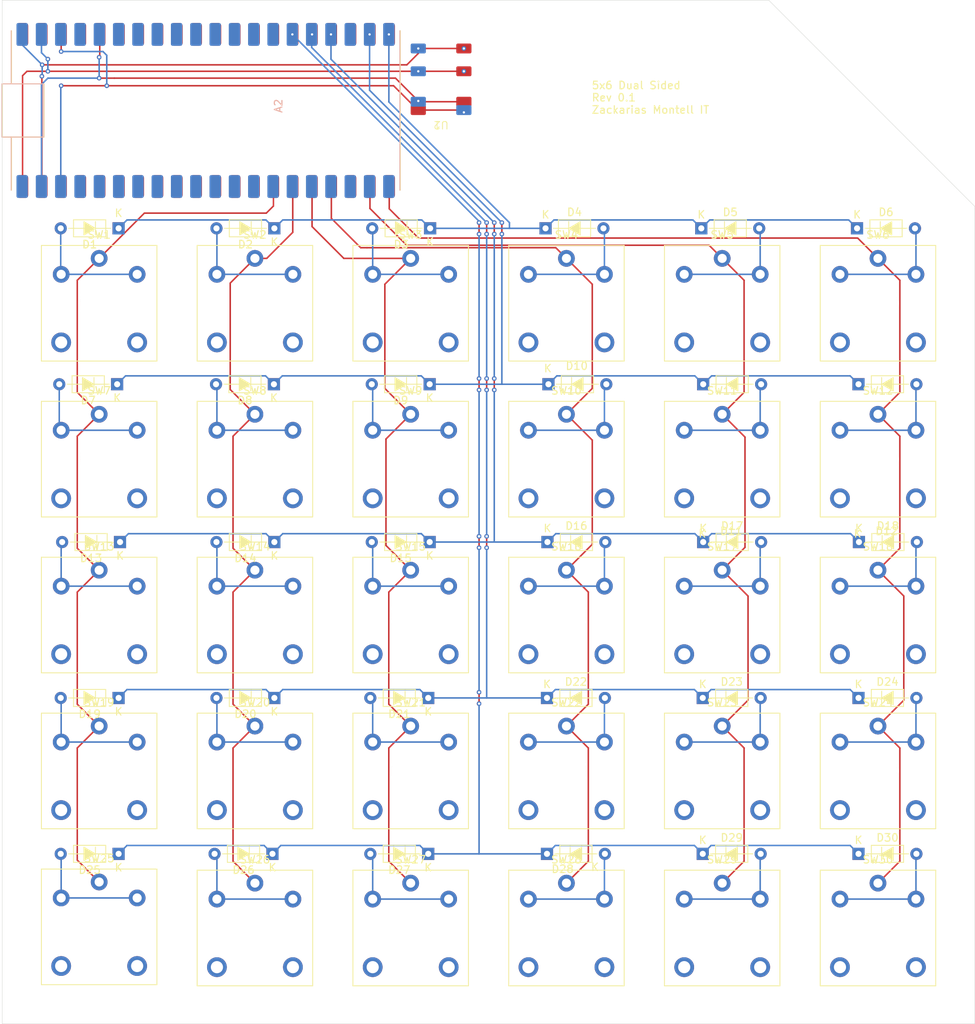
<source format=kicad_pcb>
(kicad_pcb
	(version 20241229)
	(generator "pcbnew")
	(generator_version "9.0")
	(general
		(thickness 1.6)
		(legacy_teardrops no)
	)
	(paper "A4")
	(layers
		(0 "F.Cu" signal)
		(2 "B.Cu" signal)
		(9 "F.Adhes" user "F.Adhesive")
		(11 "B.Adhes" user "B.Adhesive")
		(13 "F.Paste" user)
		(15 "B.Paste" user)
		(5 "F.SilkS" user "F.Silkscreen")
		(7 "B.SilkS" user "B.Silkscreen")
		(1 "F.Mask" user)
		(3 "B.Mask" user)
		(17 "Dwgs.User" user "User.Drawings")
		(19 "Cmts.User" user "User.Comments")
		(21 "Eco1.User" user "User.Eco1")
		(23 "Eco2.User" user "User.Eco2")
		(25 "Edge.Cuts" user)
		(27 "Margin" user)
		(31 "F.CrtYd" user "F.Courtyard")
		(29 "B.CrtYd" user "B.Courtyard")
		(35 "F.Fab" user)
		(33 "B.Fab" user)
		(39 "User.1" user)
		(41 "User.2" user)
		(43 "User.3" user)
		(45 "User.4" user)
	)
	(setup
		(pad_to_mask_clearance 0)
		(allow_soldermask_bridges_in_footprints no)
		(tenting front back)
		(pcbplotparams
			(layerselection 0x00000000_00000000_55555555_5755f5ff)
			(plot_on_all_layers_selection 0x00000000_00000000_00000000_00000000)
			(disableapertmacros no)
			(usegerberextensions no)
			(usegerberattributes yes)
			(usegerberadvancedattributes yes)
			(creategerberjobfile yes)
			(dashed_line_dash_ratio 12.000000)
			(dashed_line_gap_ratio 3.000000)
			(svgprecision 4)
			(plotframeref no)
			(mode 1)
			(useauxorigin no)
			(hpglpennumber 1)
			(hpglpenspeed 20)
			(hpglpendiameter 15.000000)
			(pdf_front_fp_property_popups yes)
			(pdf_back_fp_property_popups yes)
			(pdf_metadata yes)
			(pdf_single_document no)
			(dxfpolygonmode yes)
			(dxfimperialunits yes)
			(dxfusepcbnewfont yes)
			(psnegative no)
			(psa4output no)
			(plot_black_and_white yes)
			(sketchpadsonfab no)
			(plotpadnumbers no)
			(hidednponfab no)
			(sketchdnponfab yes)
			(crossoutdnponfab yes)
			(subtractmaskfromsilk no)
			(outputformat 1)
			(mirror no)
			(drillshape 0)
			(scaleselection 1)
			(outputdirectory "gerbers/")
		)
	)
	(net 0 "")
	(net 1 "col3")
	(net 2 "unconnected-(A1-~{3V3_EN}-Pad37)")
	(net 3 "unconnected-(A1-ADC2{slash}GP28-Pad34)")
	(net 4 "row0")
	(net 5 "unconnected-(A1-ADC_VREF-Pad35)")
	(net 6 "unconnected-(A1-VSYS-Pad39)")
	(net 7 "unconnected-(A1-GP22-Pad29)")
	(net 8 "unconnected-(A1-GND-Pad8)")
	(net 9 "unconnected-(A1-GP5-Pad7)")
	(net 10 "row3")
	(net 11 "unconnected-(A1-GND-Pad18)")
	(net 12 "unconnected-(A1-GND-Pad13)")
	(net 13 "row2")
	(net 14 "unconnected-(A1-VBUS-Pad40)")
	(net 15 "col1")
	(net 16 "unconnected-(A1-ADC0{slash}GP26-Pad31)")
	(net 17 "row4")
	(net 18 "col5")
	(net 19 "unconnected-(A1-RUN-Pad30)")
	(net 20 "unconnected-(A1-GP9-Pad12)")
	(net 21 "unconnected-(A1-GND-Pad23)")
	(net 22 "unconnected-(A1-GND-Pad28)")
	(net 23 "unconnected-(A1-ADC1{slash}GP27-Pad32)")
	(net 24 "unconnected-(A1-GP8-Pad11)")
	(net 25 "unconnected-(A1-GND-Pad3)")
	(net 26 "col4")
	(net 27 "unconnected-(A1-GND-Pad33)")
	(net 28 "row1")
	(net 29 "col0")
	(net 30 "col2")
	(net 31 "Net-(D1-A)")
	(net 32 "Net-(D2-A)")
	(net 33 "Net-(D3-A)")
	(net 34 "Net-(D4-A)")
	(net 35 "Net-(D5-A)")
	(net 36 "Net-(D6-A)")
	(net 37 "Net-(D7-A)")
	(net 38 "Net-(D8-A)")
	(net 39 "Net-(D9-A)")
	(net 40 "Net-(D10-A)")
	(net 41 "Net-(D11-A)")
	(net 42 "Net-(D12-A)")
	(net 43 "Net-(D13-A)")
	(net 44 "Net-(D14-A)")
	(net 45 "Net-(D15-A)")
	(net 46 "Net-(D16-A)")
	(net 47 "Net-(D17-A)")
	(net 48 "Net-(D18-A)")
	(net 49 "Net-(D19-A)")
	(net 50 "Net-(D20-A)")
	(net 51 "Net-(D21-A)")
	(net 52 "Net-(D22-A)")
	(net 53 "Net-(D23-A)")
	(net 54 "Net-(D24-A)")
	(net 55 "Net-(D25-A)")
	(net 56 "Net-(D26-A)")
	(net 57 "Net-(D27-A)")
	(net 58 "Net-(D28-A)")
	(net 59 "Net-(D29-A)")
	(net 60 "Net-(D30-A)")
	(net 61 "unconnected-(A1-GP3-Pad5)")
	(net 62 "unconnected-(A1-GP21-Pad27)")
	(net 63 "unconnected-(A1-GP7-Pad10)")
	(net 64 "unconnected-(A1-GP6-Pad9)")
	(net 65 "unconnected-(A1-GP2-Pad4)")
	(net 66 "unconnected-(A1-GP4-Pad6)")
	(net 67 "3v31")
	(net 68 "tx1")
	(net 69 "rx1")
	(net 70 "gnd1")
	(net 71 "unconnected-(A2-RUN-Pad30)")
	(net 72 "unconnected-(A2-GND-Pad3)")
	(net 73 "unconnected-(A2-GND-Pad13)")
	(net 74 "unconnected-(A2-GND-Pad28)")
	(net 75 "unconnected-(A2-GP2-Pad4)")
	(net 76 "unconnected-(A2-ADC1{slash}GP27-Pad32)")
	(net 77 "unconnected-(A2-GND-Pad8)")
	(net 78 "unconnected-(A2-ADC2{slash}GP28-Pad34)")
	(net 79 "unconnected-(A2-GP8-Pad11)")
	(net 80 "unconnected-(A2-GP3-Pad5)")
	(net 81 "unconnected-(A2-GP22-Pad29)")
	(net 82 "unconnected-(A2-VBUS-Pad40)")
	(net 83 "unconnected-(A2-GP10-Pad14)")
	(net 84 "unconnected-(A2-GND-Pad33)")
	(net 85 "unconnected-(A2-GND-Pad23)")
	(net 86 "unconnected-(A2-GP4-Pad6)")
	(net 87 "unconnected-(A2-GP6-Pad9)")
	(net 88 "unconnected-(A2-ADC0{slash}GP26-Pad31)")
	(net 89 "unconnected-(A2-~{3V3_EN}-Pad37)")
	(net 90 "unconnected-(A2-GND-Pad18)")
	(net 91 "unconnected-(A2-GP9-Pad12)")
	(net 92 "unconnected-(A2-GP7-Pad10)")
	(net 93 "unconnected-(A2-ADC_VREF-Pad35)")
	(net 94 "unconnected-(A2-3V3(OUT)-Pad36)")
	(net 95 "unconnected-(A2-GP5-Pad7)")
	(footprint "PCM_Switch_Keyboard_Kailh:SW_Kailh_Choc_V2_1.00u_double-sided" (layer "F.Cu") (at 107.5 122.35))
	(footprint "PCM_Diode_THT_AKL:D_DO-35_SOD27_P7.62mm_Horizontal" (layer "F.Cu") (at 166.5 92.25))
	(footprint "PCM_Switch_Keyboard_Kailh:SW_Kailh_Choc_V2_1.00u_double-sided" (layer "F.Cu") (at 128 143))
	(footprint "PCM_Switch_Keyboard_Kailh:SW_Kailh_Choc_V2_1.00u_double-sided" (layer "F.Cu") (at 210 60.85))
	(footprint "PCM_Diode_THT_AKL:D_DO-35_SOD27_P7.62mm_Horizontal" (layer "F.Cu") (at 130.5 71.5 180))
	(footprint "PCM_Switch_Keyboard_Kailh:SW_Kailh_Choc_V2_1.00u_double-sided" (layer "F.Cu") (at 148.5 143))
	(footprint "PCM_Diode_THT_AKL:D_DO-35_SOD27_P7.62mm_Horizontal" (layer "F.Cu") (at 187 71.5))
	(footprint "PCM_Diode_THT_AKL:D_DO-35_SOD27_P7.62mm_Horizontal" (layer "F.Cu") (at 151 71.5 180))
	(footprint "PCM_Diode_THT_AKL:D_DO-35_SOD27_P7.62mm_Horizontal" (layer "F.Cu") (at 130.56 112.75 180))
	(footprint "PCM_Diode_THT_AKL:D_DO-35_SOD27_P7.62mm_Horizontal" (layer "F.Cu") (at 109.87 71.5 180))
	(footprint "PCM_SL_Development_Boards:raspberry_pi_pico_SMD_Reversed" (layer "F.Cu") (at 121.5 35.5 90))
	(footprint "PCM_Diode_THT_AKL:D_DO-35_SOD27_P7.62mm_Horizontal" (layer "F.Cu") (at 186.94 133.25))
	(footprint "PCM_Switch_Keyboard_Kailh:SW_Kailh_Choc_V2_1.00u_double-sided" (layer "F.Cu") (at 210 143))
	(footprint "PCM_Diode_THT_AKL:D_DO-35_SOD27_P7.62mm_Horizontal" (layer "F.Cu") (at 110.06 112.75 180))
	(footprint "PCM_Diode_THT_AKL:D_DO-35_SOD27_P7.62mm_Horizontal" (layer "F.Cu") (at 151.06 51 180))
	(footprint "PCM_Switch_Keyboard_Kailh:SW_Kailh_Choc_V2_1.00u_double-sided" (layer "F.Cu") (at 189.5 60.85))
	(footprint "PCM_Switch_Keyboard_Kailh:SW_Kailh_Choc_V2_1.00u_double-sided" (layer "F.Cu") (at 210 101.85))
	(footprint "PCM_SL_Development_Boards:raspberry_pi_pico_SMD" (layer "F.Cu") (at 121.55 35.5 90))
	(footprint "PCM_Switch_Keyboard_Kailh:SW_Kailh_Choc_V2_1.00u_double-sided" (layer "F.Cu") (at 189.5 101.85))
	(footprint "PCM_Switch_Keyboard_Kailh:SW_Kailh_Choc_V2_1.00u_double-sided" (layer "F.Cu") (at 169 101.85))
	(footprint "PCM_Switch_Keyboard_Kailh:SW_Kailh_Choc_V2_1.00u_double-sided" (layer "F.Cu") (at 148.5 101.85))
	(footprint "PCM_Switch_Keyboard_Kailh:SW_Kailh_Choc_V2_1.00u_double-sided" (layer "F.Cu") (at 107.5 60.85))
	(footprint "PCM_Switch_Keyboard_Kailh:SW_Kailh_Choc_V2_1.00u_double-sided" (layer "F.Cu") (at 128 122.35))
	(footprint "PCM_Diode_THT_AKL:D_DO-35_SOD27_P7.62mm_Horizontal" (layer "F.Cu") (at 166.63 71.5))
	(footprint "PCM_Diode_THT_AKL:D_DO-35_SOD27_P7.62mm_Horizontal" (layer "F.Cu") (at 166.44 133.25))
	(footprint "PCM_Switch_Keyboard_Kailh:SW_Kailh_Choc_V2_1.00u_double-sided" (layer "F.Cu") (at 210 81.35))
	(footprint "PCM_Diode_THT_AKL:D_DO-35_SOD27_P7.62mm_Horizontal"
		(layer "F.Cu")
		(uuid "8780c5f2-f324-4842-bbd4-5e58ff287038")
		(at 166.44 112.75)
		(descr "Diode, DO-35_SOD27 series, Axial, Horizontal, pin pitch=7.62mm, , length*diameter=4*2mm^2, , http://www.diodes.com/_files/packages/DO-35.pdf, Alternate KiCad Library")
		(tags "Diode DO-35_SOD27 series Axial Horizontal pin pitch 7.62mm  length 4mm diameter 2mm")
		(property "Reference" "D22"
			(at 3.81 -2.12 0)
			(layer "F.SilkS")
			(uuid "ef505a7f-884f-478e-be23-c3fac737790e")
			(effects
				(font
					(size 1 1)
					(thickness 0.15)
				)
			)
		)
		(property "Value" "1N4148"
			(at 3.81 2.12 0)
			(layer "F.Fab")
			(hide yes)
			(uuid "ae56d117-5c77-445a-9f44-07b70b9b5367")
			(effects
				(font
					(size 1 1)
					(thickness 0.15)
				)
			)
		)
		(property "Datasheet" "https://datasheet.octopart.com/1N4148TR-ON-Semiconductor-datasheet-42765246.pdf"
			(at 0 0 0)
			(layer "F.Fab")
			(hide yes)
			(uuid "a55551c9-2e13-44f2-b378-60b57aa3119e")
			(effects
				(font
					(size 1.27 1.27)
					(thickness 0.15)
				)
			)
		)
		(property "Description" "DO-35 Diode, Small Signal, Fast Switching, 75V, 150mA, 4ns, Alternate KiCad Library"
			(at 0 0 0)
			(layer "F.Fab")
			(hide yes)
			(uuid "dcd9a2d5-15c5-414d-ab40-45a27fc8b82c")
			(effects
				(font
					(size 1.27 1.27)
					(thickness 0.15)
				)
			)
		)
		(property ki_fp_filters "TO-???* *_Diode_* *SingleDiode* D_*")
		(path "/63169afd-aa5d-4250-97e4-4d2cc00e12b1")
		(sheetname "/")
		(sheetfile "5x6.kicad_sch")
		(attr through_hole)
		(fp_line
			(start 1.04 0)
			(end 1.69 0)
			(stroke
				(width 0.12)
				(type solid)
			)
			(layer "F.SilkS")
			(uuid "820a8a8c-730a-4d76-b67a-5f13df4c96d9")
		)
		(fp_line
			(start 1.651 0)
			(end 3.048 0)
			(stroke
				(width 0.12)
				(type solid)
			)
			(layer "F.SilkS")
			(uuid "21ec6344-1413-464d-88b1-737d60c6b7c2")
		)
		(fp_line
			(start 1.69 -1.12)
			(end 1.69 1.12)
			(stroke
				(width 0.12)
				(type solid)
			)
			(layer "F.SilkS")
			(uuid "748ce14b-0ac4-4043-8e72-12337ea3b1fc")
		)
		(fp_line
			(start 1.69 1.12)
			(end 5.93 1.12)
			(stroke
				(width 0.12)
				(type solid)
			)
			(layer "F.SilkS")
			(uuid "e8d462c7-d632-461a-8af2-1e3b607d505e")
		)
		(fp_line
			(start 3.048 -0.889)
			(end 3.048 0.889)
			(stroke
				(width 0.12)
				(type solid)
			)
			(layer "F.SilkS")
			(uuid "b3782cfa-7b1a-466c-9661-86bc40afd96a")
		)
		(fp_line
			(start 5.93 -1.12)
			(end 1.69 -1.12)
			(stroke
				(width 0.12)
				(type solid)
			)
			(layer "F.SilkS")
			(uuid "0e136f00-ca65-4f7c-aa8e-b561c6fbd6b7")
		)
		(fp
... [299357 chars truncated]
</source>
